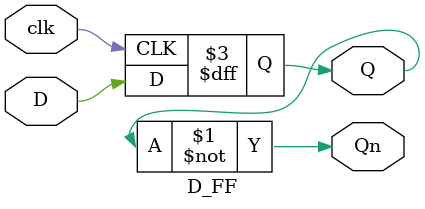
<source format=sv>
module D_FF(input  logic clk,
            input  logic D,   
            output logic Q,  
            output logic Qn);

    assign Qn = ~Q;
    
    always_ff @(posedge clk)
        Q <= D;
endmodule
</source>
